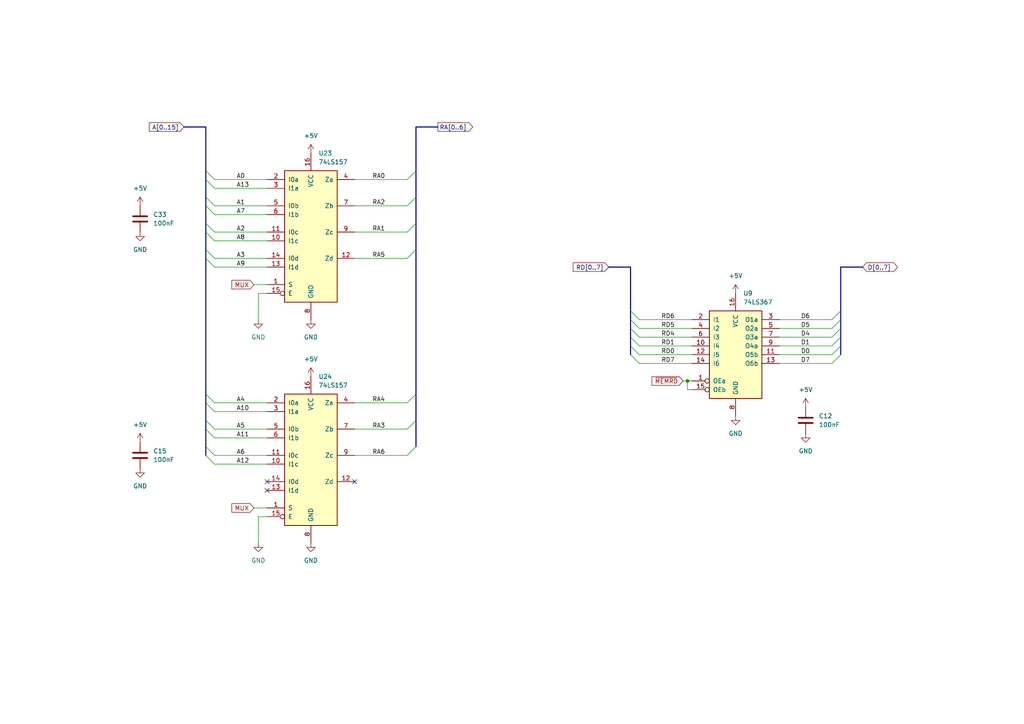
<source format=kicad_sch>
(kicad_sch (version 20231120) (generator "eeschema") (generator_version "8.0")
  (paper "A4")
  (title_block (title "Dick Smith System 80 Main Board") (date "1980"))
  (lib_symbols
    (symbol "74xx:74LS157" (pin_names (offset 1.016))
      (property "Reference" "U" (at -7.62 19.05 0))
      (property "Value" "74LS157" (at -7.62 -21.59 0))
      (symbol "74LS157_1_0"
        (pin input line (at -12.7 -15.24 0) (length 5.08) (name "S") (number "1"))
        (pin input line (at -12.7 -2.54 0) (length 5.08) (name "I1c") (number "10"))
        (pin input line (at -12.7 0 0) (length 5.08) (name "I0c") (number "11"))
        (pin output line (at 12.7 -7.62 180) (length 5.08) (name "Zd") (number "12"))
        (pin input line (at -12.7 -10.16 0) (length 5.08) (name "I1d") (number "13"))
        (pin input line (at -12.7 -7.62 0) (length 5.08) (name "I0d") (number "14"))
        (pin input inverted (at -12.7 -17.78 0) (length 5.08) (name "E") (number "15"))
        (pin power_in line (at 0 22.86 270) (length 5.08) (name "VCC") (number "16"))
        (pin input line (at -12.7 15.24 0) (length 5.08) (name "I0a") (number "2"))
        (pin input line (at -12.7 12.7 0) (length 5.08) (name "I1a") (number "3"))
        (pin output line (at 12.7 15.24 180) (length 5.08) (name "Za") (number "4"))
        (pin input line (at -12.7 7.62 0) (length 5.08) (name "I0b") (number "5"))
        (pin input line (at -12.7 5.08 0) (length 5.08) (name "I1b") (number "6"))
        (pin output line (at 12.7 7.62 180) (length 5.08) (name "Zb") (number "7"))
        (pin power_in line (at 0 -25.4 90) (length 5.08) (name "GND") (number "8"))
        (pin output line (at 12.7 0 180) (length 5.08) (name "Zc") (number "9"))
      )
      (symbol "74LS157_1_1"
        (rectangle (start -7.62 17.78) (end 7.62 -20.32) (stroke (width 0.254)) (fill (type background)))
      )
    )
    (symbol "74xx:74LS367" (pin_names (offset 1.016))
      (property "Reference" "U" (at -7.62 13.97 0))
      (property "Value" "74LS367" (at -7.62 -13.97 0))
      (symbol "74LS367_1_0"
        (pin input inverted (at -12.7 -7.62 0) (length 5.08) (name "OEa") (number "1"))
        (pin input line (at -12.7 2.54 0) (length 5.08) (name "I4") (number "10"))
        (pin tri_state line (at 12.7 0 180) (length 5.08) (name "O5b") (number "11"))
        (pin input line (at -12.7 0 0) (length 5.08) (name "I5") (number "12"))
        (pin tri_state line (at 12.7 -2.54 180) (length 5.08) (name "O6b") (number "13"))
        (pin input line (at -12.7 -2.54 0) (length 5.08) (name "I6") (number "14"))
        (pin input inverted (at -12.7 -10.16 0) (length 5.08) (name "OEb") (number "15"))
        (pin power_in line (at 0 17.78 270) (length 5.08) (name "VCC") (number "16"))
        (pin input line (at -12.7 10.16 0) (length 5.08) (name "I1") (number "2"))
        (pin tri_state line (at 12.7 10.16 180) (length 5.08) (name "O1a") (number "3"))
        (pin input line (at -12.7 7.62 0) (length 5.08) (name "I2") (number "4"))
        (pin tri_state line (at 12.7 7.62 180) (length 5.08) (name "O2a") (number "5"))
        (pin input line (at -12.7 5.08 0) (length 5.08) (name "I3") (number "6"))
        (pin tri_state line (at 12.7 5.08 180) (length 5.08) (name "O3a") (number "7"))
        (pin power_in line (at 0 -17.78 90) (length 5.08) (name "GND") (number "8"))
        (pin tri_state line (at 12.7 2.54 180) (length 5.08) (name "O4a") (number "9"))
      )
      (symbol "74LS367_1_1"
        (rectangle (start -7.62 12.7) (end 7.62 -12.7) (stroke (width 0.254)) (fill (type background)))
      )
    )
    (symbol "Device:C" (pin_numbers hide) (pin_names (offset 0.254))
      (property "Reference" "C" (at 0.635 2.54 0))
      (property "Value" "C" (at 0.635 -2.54 0))
      (symbol "C_0_1"
        (polyline (pts (xy -2.032 -0.762) (xy 2.032 -0.762)) (stroke (width 0.508)))
        (polyline (pts (xy -2.032 0.762) (xy 2.032 0.762)) (stroke (width 0.508)))
      )
      (symbol "C_1_1"
        (pin passive line (at 0 3.81 270) (length 2.794) (name "~") (number "1"))
        (pin passive line (at 0 -3.81 90) (length 2.794) (name "~") (number "2"))
      )
    )
    (symbol "power:+5V" (power) (pin_numbers hide) (pin_names (offset 0) hide)
      (property "Value" "+5V" (at 0 3.556 0))
      (symbol "+5V_0_1"
        (polyline (pts (xy -0.762 1.27) (xy 0 2.54)))
        (polyline (pts (xy 0 0) (xy 0 2.54)))
        (polyline (pts (xy 0 2.54) (xy 0.762 1.27)))
      )
      (symbol "+5V_1_1"
        (pin power_in line (at 0 0 90) (length 0) (name "~") (number "1"))
      )
    )
    (symbol "power:GND" (power) (pin_numbers hide) (pin_names (offset 0) hide)
      (property "Value" "GND" (at 0 -3.81 0))
      (symbol "GND_0_1"
        (polyline (pts (xy 0 0) (xy 0 -1.27) (xy 1.27 -1.27) (xy 0 -2.54) (xy -1.27 -1.27) (xy 0 -1.27)))
      )
      (symbol "GND_1_1"
        (pin power_in line (at 0 0 270) (length 0) (name "~") (number "1"))
      )
    )
  )
  (junction (at 199.39 110.49))
  (no_connect (at 102.87 139.7))
  (no_connect (at 77.47 139.7))
  (no_connect (at 77.47 142.24))
  (bus_entry (at 243.84 100.33) (size -2.54 2.54))
  (bus_entry (at 59.69 72.39) (size 2.54 2.54))
  (bus_entry (at 59.69 129.54) (size 2.54 2.54))
  (bus_entry (at 243.84 90.17) (size -2.54 2.54))
  (bus_entry (at 59.69 67.31) (size 2.54 2.54))
  (bus_entry (at 59.69 64.77) (size 2.54 2.54))
  (bus_entry (at 182.88 102.87) (size 2.54 2.54))
  (bus_entry (at 243.84 102.87) (size -2.54 2.54))
  (bus_entry (at 120.65 64.77) (size -2.54 2.54))
  (bus_entry (at 120.65 114.3) (size -2.54 2.54))
  (bus_entry (at 59.69 121.92) (size 2.54 2.54))
  (bus_entry (at 120.65 72.39) (size -2.54 2.54))
  (bus_entry (at 59.69 116.84) (size 2.54 2.54))
  (bus_entry (at 120.65 57.15) (size -2.54 2.54))
  (bus_entry (at 120.65 121.92) (size -2.54 2.54))
  (bus_entry (at 120.65 129.54) (size -2.54 2.54))
  (bus_entry (at 59.69 132.08) (size 2.54 2.54))
  (bus_entry (at 120.65 49.53) (size -2.54 2.54))
  (bus_entry (at 59.69 49.53) (size 2.54 2.54))
  (bus_entry (at 182.88 90.17) (size 2.54 2.54))
  (bus_entry (at 59.69 57.15) (size 2.54 2.54))
  (bus_entry (at 59.69 74.93) (size 2.54 2.54))
  (bus_entry (at 182.88 95.25) (size 2.54 2.54))
  (bus_entry (at 59.69 52.07) (size 2.54 2.54))
  (bus_entry (at 182.88 97.79) (size 2.54 2.54))
  (bus_entry (at 182.88 100.33) (size 2.54 2.54))
  (bus_entry (at 59.69 124.46) (size 2.54 2.54))
  (bus_entry (at 59.69 114.3) (size 2.54 2.54))
  (bus_entry (at 182.88 92.71) (size 2.54 2.54))
  (bus_entry (at 243.84 92.71) (size -2.54 2.54))
  (bus_entry (at 243.84 95.25) (size -2.54 2.54))
  (bus_entry (at 243.84 97.79) (size -2.54 2.54))
  (bus_entry (at 59.69 59.69) (size 2.54 2.54))
  (bus (pts (xy 182.88 77.47) (xy 182.88 90.17)))
  (bus (pts (xy 243.84 97.79) (xy 243.84 100.33)))
  (wire (pts (xy 199.39 110.49) (xy 200.66 110.49)))
  (bus (pts (xy 59.69 52.07) (xy 59.69 57.15)))
  (bus (pts (xy 59.69 116.84) (xy 59.69 121.92)))
  (bus (pts (xy 120.65 64.77) (xy 120.65 72.39)))
  (wire (pts (xy 62.23 54.61) (xy 77.47 54.61)))
  (wire (pts (xy 74.93 157.48) (xy 74.93 149.86)))
  (wire (pts (xy 74.93 85.09) (xy 77.47 85.09)))
  (wire (pts (xy 62.23 119.38) (xy 77.47 119.38)))
  (bus (pts (xy 250.19 77.47) (xy 243.84 77.47)))
  (wire (pts (xy 118.11 59.69) (xy 102.87 59.69)))
  (wire (pts (xy 62.23 116.84) (xy 77.47 116.84)))
  (wire (pts (xy 62.23 74.93) (xy 77.47 74.93)))
  (wire (pts (xy 185.42 102.87) (xy 200.66 102.87)))
  (bus (pts (xy 182.88 95.25) (xy 182.88 97.79)))
  (bus (pts (xy 120.65 36.83) (xy 120.65 49.53)))
  (wire (pts (xy 62.23 134.62) (xy 77.47 134.62)))
  (wire (pts (xy 241.3 95.25) (xy 226.06 95.25)))
  (wire (pts (xy 62.23 127) (xy 77.47 127)))
  (wire (pts (xy 62.23 77.47) (xy 77.47 77.47)))
  (bus (pts (xy 59.69 49.53) (xy 59.69 52.07)))
  (wire (pts (xy 62.23 52.07) (xy 77.47 52.07)))
  (wire (pts (xy 185.42 97.79) (xy 200.66 97.79)))
  (bus (pts (xy 182.88 97.79) (xy 182.88 100.33)))
  (wire (pts (xy 118.11 67.31) (xy 102.87 67.31)))
  (wire (pts (xy 185.42 95.25) (xy 200.66 95.25)))
  (bus (pts (xy 59.69 64.77) (xy 59.69 67.31)))
  (bus (pts (xy 53.34 36.83) (xy 59.69 36.83)))
  (bus (pts (xy 120.65 57.15) (xy 120.65 64.77)))
  (wire (pts (xy 118.11 52.07) (xy 102.87 52.07)))
  (bus (pts (xy 59.69 67.31) (xy 59.69 72.39)))
  (bus (pts (xy 59.69 57.15) (xy 59.69 59.69)))
  (wire (pts (xy 200.66 113.03) (xy 199.39 113.03)))
  (bus (pts (xy 243.84 95.25) (xy 243.84 97.79)))
  (wire (pts (xy 62.23 124.46) (xy 77.47 124.46)))
  (bus (pts (xy 127 36.83) (xy 120.65 36.83)))
  (wire (pts (xy 118.11 74.93) (xy 102.87 74.93)))
  (wire (pts (xy 73.66 82.55) (xy 77.47 82.55)))
  (wire (pts (xy 241.3 102.87) (xy 226.06 102.87)))
  (bus (pts (xy 59.69 59.69) (xy 59.69 64.77)))
  (wire (pts (xy 199.39 113.03) (xy 199.39 110.49)))
  (wire (pts (xy 118.11 116.84) (xy 102.87 116.84)))
  (bus (pts (xy 59.69 114.3) (xy 59.69 116.84)))
  (bus (pts (xy 243.84 92.71) (xy 243.84 95.25)))
  (bus (pts (xy 243.84 90.17) (xy 243.84 92.71)))
  (wire (pts (xy 62.23 69.85) (xy 77.47 69.85)))
  (wire (pts (xy 241.3 92.71) (xy 226.06 92.71)))
  (bus (pts (xy 59.69 74.93) (xy 59.69 114.3)))
  (bus (pts (xy 59.69 121.92) (xy 59.69 124.46)))
  (bus (pts (xy 243.84 77.47) (xy 243.84 90.17)))
  (bus (pts (xy 243.84 100.33) (xy 243.84 102.87)))
  (bus (pts (xy 59.69 36.83) (xy 59.69 49.53)))
  (wire (pts (xy 62.23 59.69) (xy 77.47 59.69)))
  (bus (pts (xy 59.69 72.39) (xy 59.69 74.93)))
  (wire (pts (xy 62.23 62.23) (xy 77.47 62.23)))
  (bus (pts (xy 182.88 100.33) (xy 182.88 102.87)))
  (wire (pts (xy 62.23 67.31) (xy 77.47 67.31)))
  (wire (pts (xy 185.42 92.71) (xy 200.66 92.71)))
  (bus (pts (xy 120.65 49.53) (xy 120.65 57.15)))
  (bus (pts (xy 182.88 90.17) (xy 182.88 92.71)))
  (wire (pts (xy 74.93 149.86) (xy 77.47 149.86)))
  (bus (pts (xy 176.53 77.47) (xy 182.88 77.47)))
  (wire (pts (xy 198.12 110.49) (xy 199.39 110.49)))
  (bus (pts (xy 120.65 72.39) (xy 120.65 114.3)))
  (wire (pts (xy 241.3 100.33) (xy 226.06 100.33)))
  (wire (pts (xy 73.66 147.32) (xy 77.47 147.32)))
  (bus (pts (xy 120.65 114.3) (xy 120.65 121.92)))
  (bus (pts (xy 120.65 121.92) (xy 120.65 129.54)))
  (wire (pts (xy 241.3 97.79) (xy 226.06 97.79)))
  (wire (pts (xy 74.93 92.71) (xy 74.93 85.09)))
  (bus (pts (xy 59.69 124.46) (xy 59.69 129.54)))
  (bus (pts (xy 182.88 92.71) (xy 182.88 95.25)))
  (bus (pts (xy 59.69 129.54) (xy 59.69 132.08)))
  (wire (pts (xy 185.42 105.41) (xy 200.66 105.41)))
  (wire (pts (xy 118.11 132.08) (xy 102.87 132.08)))
  (wire (pts (xy 62.23 132.08) (xy 77.47 132.08)))
  (wire (pts (xy 118.11 124.46) (xy 102.87 124.46)))
  (wire (pts (xy 241.3 105.41) (xy 226.06 105.41)))
  (wire (pts (xy 185.42 100.33) (xy 200.66 100.33)))
  (label "A7" (at 68.58 62.23 0))
  (label "RA0" (at 107.95 52.07 0))
  (label "A4" (at 68.58 116.84 0))
  (label "RD5" (at 191.77 95.25 0))
  (label "D0" (at 234.95 102.87 180))
  (label "RA6" (at 107.95 132.08 0))
  (label "RA2" (at 107.95 59.69 0))
  (label "RA5" (at 107.95 74.93 0))
  (label "RD7" (at 191.77 105.41 0))
  (label "A9" (at 68.58 77.47 0))
  (label "A2" (at 68.58 67.31 0))
  (label "RD4" (at 191.77 97.79 0))
  (label "D6" (at 234.95 92.71 180))
  (label "D5" (at 234.95 95.25 180))
  (label "A0" (at 68.58 52.07 0))
  (label "A10" (at 68.58 119.38 0))
  (label "A8" (at 68.58 69.85 0))
  (label "D1" (at 234.95 100.33 180))
  (label "D7" (at 234.95 105.41 180))
  (label "RA4" (at 107.95 116.84 0))
  (label "RA3" (at 107.95 124.46 0))
  (label "RA1" (at 107.95 67.31 0))
  (label "A3" (at 68.58 74.93 0))
  (label "A11" (at 68.58 127 0))
  (label "RD0" (at 191.77 102.87 0))
  (label "D4" (at 234.95 97.79 180))
  (label "A13" (at 68.58 54.61 0))
  (label "A1" (at 68.58 59.69 0))
  (label "A12" (at 68.58 134.62 0))
  (label "RD1" (at 191.77 100.33 0))
  (label "A5" (at 68.58 124.46 0))
  (label "RD6" (at 191.77 92.71 0))
  (label "A6" (at 68.58 132.08 0))
  (global_label "~{MEMRD}" (shape input) (at 198.12 110.49 180) (property "Intersheetrefs" "${INTERSHEET_REFS}" (effects (hide yes))))
  (global_label "MUX" (shape input) (at 73.66 147.32 180) (property "Intersheetrefs" "${INTERSHEET_REFS}" (effects (hide yes))))
  (global_label "RA[0..6]" (shape output) (at 127 36.83 0) (property "Intersheetrefs" "${INTERSHEET_REFS}" (effects (hide yes))))
  (global_label "A[0..15]" (shape input) (at 53.34 36.83 180) (property "Intersheetrefs" "${INTERSHEET_REFS}" (effects (hide yes))))
  (global_label "MUX" (shape input) (at 73.66 82.55 180) (property "Intersheetrefs" "${INTERSHEET_REFS}" (effects (hide yes))))
  (global_label "RD[0..7]" (shape input) (at 176.53 77.47 180) (property "Intersheetrefs" "${INTERSHEET_REFS}" (effects (hide yes))))
  (global_label "D[0..7]" (shape bidirectional) (at 250.19 77.47 0) (property "Intersheetrefs" "${INTERSHEET_REFS}" (effects (hide yes))))
  (symbol (lib_id "power:GND") (at 90.17 157.48 0) (unit 1)
    (property "Reference" "#PWR0146" (effects (hide yes)))
    (property "Value" "GND" (at 90.17 162.56 0))
    (property "Description" "Power symbol creates a global label with name \"GND\" , ground" (effects (hide yes)))
  )
  (symbol (lib_id "74xx:74LS367") (at 213.36 102.87 0) (unit 1)
    (property "Reference" "U9" (at 215.5541 85.09 0) (effects (justify left)))
    (property "Value" "74LS367" (at 215.5541 87.63 0) (effects (justify left)))
    (property "Footprint" "Package_DIP:DIP-16_W7.62mm" (effects (hide yes)))
    (property "Datasheet" "http://www.ti.com/lit/gpn/sn74LS367" (effects (hide yes)))
    (property "Description" "Hex Bus Driver 3-state outputs" (effects (hide yes)))
  )
  (symbol (lib_id "power:GND") (at 90.17 92.71 0) (unit 1)
    (property "Reference" "#PWR0144" (effects (hide yes)))
    (property "Value" "GND" (at 90.17 97.79 0))
    (property "Description" "Power symbol creates a global label with name \"GND\" , ground" (effects (hide yes)))
  )
  (symbol (lib_id "power:GND") (at 40.64 135.89 0) (unit 1)
    (property "Reference" "#PWR0176" (effects (hide yes)))
    (property "Value" "GND" (at 40.64 140.97 0))
    (property "Description" "Power symbol creates a global label with name \"GND\" , ground" (effects (hide yes)))
  )
  (symbol (lib_id "power:+5V") (at 213.36 85.09 0) (unit 1)
    (property "Reference" "#PWR0142" (effects (hide yes)))
    (property "Value" "+5V" (at 213.36 80.01 0))
    (property "Description" "Power symbol creates a global label with name \"+5V\"" (effects (hide yes)))
  )
  (symbol (lib_id "power:GND") (at 74.93 157.48 0) (unit 1)
    (property "Reference" "#PWR0148" (effects (hide yes)))
    (property "Value" "GND" (at 74.93 162.56 0))
    (property "Description" "Power symbol creates a global label with name \"GND\" , ground" (effects (hide yes)))
  )
  (symbol (lib_id "Device:C") (at 40.64 132.08 0) (unit 1)
    (property "Reference" "C15" (at 44.45 130.8099 0) (effects (justify left)))
    (property "Value" "100nF" (at 44.45 133.3499 0) (effects (justify left)))
    (property "Footprint" "Capacitor_THT:C_Disc_D5.0mm_W2.5mm_P5.00mm" (effects (hide yes)))
    (property "Description" "Unpolarized capacitor" (effects (hide yes)))
  )
  (symbol (lib_id "power:GND") (at 213.36 120.65 0) (unit 1)
    (property "Reference" "#PWR0141" (effects (hide yes)))
    (property "Value" "GND" (at 213.36 125.73 0))
    (property "Description" "Power symbol creates a global label with name \"GND\" , ground" (effects (hide yes)))
  )
  (symbol (lib_id "power:GND") (at 74.93 92.71 0) (unit 1)
    (property "Reference" "#PWR0147" (effects (hide yes)))
    (property "Value" "GND" (at 74.93 97.79 0))
    (property "Description" "Power symbol creates a global label with name \"GND\" , ground" (effects (hide yes)))
  )
  (symbol (lib_id "power:GND") (at 233.68 125.73 0) (unit 1)
    (property "Reference" "#PWR0182" (effects (hide yes)))
    (property "Value" "GND" (at 233.68 130.81 0))
    (property "Description" "Power symbol creates a global label with name \"GND\" , ground" (effects (hide yes)))
  )
  (symbol (lib_id "power:GND") (at 40.64 67.31 0) (unit 1)
    (property "Reference" "#PWR0178" (effects (hide yes)))
    (property "Value" "GND" (at 40.64 72.39 0))
    (property "Description" "Power symbol creates a global label with name \"GND\" , ground" (effects (hide yes)))
  )
  (symbol (lib_id "power:+5V") (at 90.17 44.45 0) (unit 1)
    (property "Reference" "#PWR0143" (effects (hide yes)))
    (property "Value" "+5V" (at 90.17 39.37 0))
    (property "Description" "Power symbol creates a global label with name \"+5V\"" (effects (hide yes)))
  )
  (symbol (lib_id "74xx:74LS157") (at 90.17 67.31 0) (unit 1)
    (property "Reference" "U23" (at 92.3641 44.45 0) (effects (justify left)))
    (property "Value" "74LS157" (at 92.3641 46.99 0) (effects (justify left)))
    (property "Footprint" "Package_DIP:DIP-16_W7.62mm" (effects (hide yes)))
    (property "Datasheet" "http://www.ti.com/lit/gpn/sn74LS157" (effects (hide yes)))
    (property "Description" "Quad 2 to 1 line Multiplexer" (effects (hide yes)))
  )
  (symbol (lib_id "power:+5V") (at 40.64 59.69 0) (unit 1)
    (property "Reference" "#PWR0177" (effects (hide yes)))
    (property "Value" "+5V" (at 40.64 54.61 0))
    (property "Description" "Power symbol creates a global label with name \"+5V\"" (effects (hide yes)))
  )
  (symbol (lib_id "Device:C") (at 40.64 63.5 0) (unit 1)
    (property "Reference" "C33" (at 44.45 62.2299 0) (effects (justify left)))
    (property "Value" "100nF" (at 44.45 64.7699 0) (effects (justify left)))
    (property "Footprint" "Capacitor_THT:C_Disc_D5.0mm_W2.5mm_P5.00mm" (effects (hide yes)))
    (property "Description" "Unpolarized capacitor" (effects (hide yes)))
  )
  (symbol (lib_id "power:+5V") (at 233.68 118.11 0) (unit 1)
    (property "Reference" "#PWR0181" (effects (hide yes)))
    (property "Value" "+5V" (at 233.68 113.03 0))
    (property "Description" "Power symbol creates a global label with name \"+5V\"" (effects (hide yes)))
  )
  (symbol (lib_id "power:+5V") (at 90.17 109.22 0) (unit 1)
    (property "Reference" "#PWR0145" (effects (hide yes)))
    (property "Value" "+5V" (at 90.17 104.14 0))
    (property "Description" "Power symbol creates a global label with name \"+5V\"" (effects (hide yes)))
  )
  (symbol (lib_id "power:+5V") (at 40.64 128.27 0) (unit 1)
    (property "Reference" "#PWR0175" (effects (hide yes)))
    (property "Value" "+5V" (at 40.64 123.19 0))
    (property "Description" "Power symbol creates a global label with name \"+5V\"" (effects (hide yes)))
  )
  (symbol (lib_id "Device:C") (at 233.68 121.92 0) (unit 1)
    (property "Reference" "C12" (at 237.49 120.6499 0) (effects (justify left)))
    (property "Value" "100nF" (at 237.49 123.1899 0) (effects (justify left)))
    (property "Footprint" "Capacitor_THT:C_Disc_D5.0mm_W2.5mm_P5.00mm" (effects (hide yes)))
    (property "Description" "Unpolarized capacitor" (effects (hide yes)))
  )
  (symbol (lib_id "74xx:74LS157") (at 90.17 132.08 0) (unit 1)
    (property "Reference" "U24" (at 92.3641 109.22 0) (effects (justify left)))
    (property "Value" "74LS157" (at 92.3641 111.76 0) (effects (justify left)))
    (property "Footprint" "Package_DIP:DIP-16_W7.62mm" (effects (hide yes)))
    (property "Datasheet" "http://www.ti.com/lit/gpn/sn74LS157" (effects (hide yes)))
    (property "Description" "Quad 2 to 1 line Multiplexer" (effects (hide yes)))
  )
)
</source>
